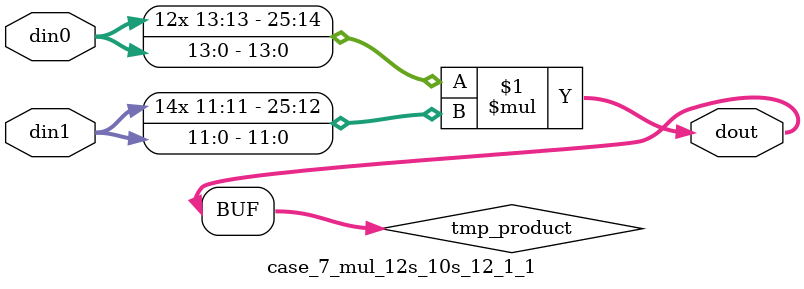
<source format=v>

`timescale 1 ns / 1 ps

 module case_7_mul_12s_10s_12_1_1(din0, din1, dout);
parameter ID = 1;
parameter NUM_STAGE = 0;
parameter din0_WIDTH = 14;
parameter din1_WIDTH = 12;
parameter dout_WIDTH = 26;

input [din0_WIDTH - 1 : 0] din0; 
input [din1_WIDTH - 1 : 0] din1; 
output [dout_WIDTH - 1 : 0] dout;

wire signed [dout_WIDTH - 1 : 0] tmp_product;



























assign tmp_product = $signed(din0) * $signed(din1);








assign dout = tmp_product;





















endmodule

</source>
